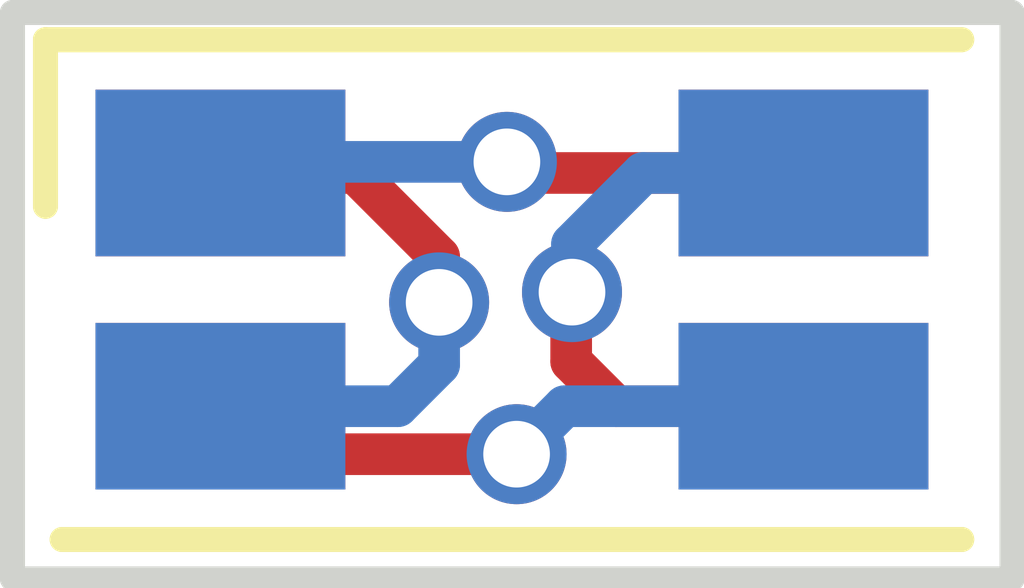
<source format=kicad_pcb>
(kicad_pcb (version 4) (host pcbnew 4.0.7)

  (general
    (links 4)
    (no_connects 0)
    (area 133.222999 97.5884 139.475001 104.3884)
    (thickness 1.6)
    (drawings 4)
    (tracks 25)
    (zones 0)
    (modules 2)
    (nets 5)
  )

  (page A4)
  (layers
    (0 F.Cu signal)
    (31 B.Cu signal)
    (32 B.Adhes user)
    (33 F.Adhes user)
    (34 B.Paste user)
    (35 F.Paste user)
    (36 B.SilkS user)
    (37 F.SilkS user)
    (38 B.Mask user)
    (39 F.Mask user)
    (40 Dwgs.User user)
    (41 Cmts.User user)
    (42 Eco1.User user)
    (43 Eco2.User user)
    (44 Edge.Cuts user)
    (45 Margin user)
    (46 B.CrtYd user)
    (47 F.CrtYd user)
    (48 B.Fab user)
    (49 F.Fab user)
  )

  (setup
    (last_trace_width 0.25)
    (trace_clearance 0.2)
    (zone_clearance 0.508)
    (zone_45_only no)
    (trace_min 0.2)
    (segment_width 0.2)
    (edge_width 0.15)
    (via_size 0.6)
    (via_drill 0.4)
    (via_min_size 0.4)
    (via_min_drill 0.3)
    (uvia_size 0.3)
    (uvia_drill 0.1)
    (uvias_allowed no)
    (uvia_min_size 0.2)
    (uvia_min_drill 0.1)
    (pcb_text_width 0.3)
    (pcb_text_size 1.5 1.5)
    (mod_edge_width 0.15)
    (mod_text_size 1 1)
    (mod_text_width 0.15)
    (pad_size 1.5 1)
    (pad_drill 0)
    (pad_to_mask_clearance 0.2)
    (aux_axis_origin 133.4 99.2)
    (visible_elements 7FFFFFFF)
    (pcbplotparams
      (layerselection 0x010f0_80000001)
      (usegerberextensions true)
      (usegerberattributes true)
      (excludeedgelayer true)
      (linewidth 0.100000)
      (plotframeref false)
      (viasonmask false)
      (mode 1)
      (useauxorigin true)
      (hpglpennumber 1)
      (hpglpenspeed 20)
      (hpglpendiameter 15)
      (hpglpenoverlay 2)
      (psnegative false)
      (psa4output false)
      (plotreference false)
      (plotvalue false)
      (plotinvisibletext false)
      (padsonsilk false)
      (subtractmaskfromsilk false)
      (outputformat 1)
      (mirror false)
      (drillshape 0)
      (scaleselection 1)
      (outputdirectory gerbers/))
  )

  (net 0 "")
  (net 1 VCC)
  (net 2 R)
  (net 3 B)
  (net 4 G)

  (net_class Default "This is the default net class."
    (clearance 0.2)
    (trace_width 0.25)
    (via_dia 0.6)
    (via_drill 0.4)
    (uvia_dia 0.3)
    (uvia_drill 0.1)
    (add_net B)
    (add_net G)
    (add_net R)
    (add_net VCC)
  )

  (module LEDs:LED_RGB_1210 (layer F.Cu) (tedit 5B2AC27D) (tstamp 5B2AC0B9)
    (at 136.398 100.8634)
    (descr "RGB LED 3.2x2.7mm http://www.avagotech.com/docs/AV02-0610EN")
    (tags "LED 3227")
    (path /5B2AC826)
    (attr smd)
    (fp_text reference D1 (at 0 -2.3) (layer F.SilkS) hide
      (effects (font (size 1 1) (thickness 0.15)))
    )
    (fp_text value WRONG (at 0 2.45) (layer F.Fab) hide
      (effects (font (size 1 1) (thickness 0.15)))
    )
    (fp_line (start -2.95 1.65) (end 2.85 1.65) (layer F.CrtYd) (width 0.05))
    (fp_line (start -2.95 -1.65) (end -2.95 1.65) (layer F.CrtYd) (width 0.05))
    (fp_line (start 2.85 -1.65) (end -2.95 -1.65) (layer F.CrtYd) (width 0.05))
    (fp_line (start 2.85 1.65) (end 2.85 -1.65) (layer F.CrtYd) (width 0.05))
    (fp_line (start 2.7 1.5) (end -2.7 1.5) (layer F.SilkS) (width 0.15))
    (fp_line (start 2.7 -1.5) (end -2.8 -1.5) (layer F.SilkS) (width 0.15))
    (fp_line (start -2.8 -0.5) (end -2.8 -1.5) (layer F.SilkS) (width 0.15))
    (fp_line (start -0.925 -1.35) (end 1.6 -1.35) (layer F.Fab) (width 0.1))
    (fp_line (start 1.6 -1.35) (end 1.6 1.35) (layer F.Fab) (width 0.1))
    (fp_line (start 1.6 1.35) (end -1.6 1.35) (layer F.Fab) (width 0.1))
    (fp_line (start -1.6 1.35) (end -1.6 -0.675) (layer F.Fab) (width 0.1))
    (fp_line (start -1.6 -0.675) (end -0.925 -1.35) (layer F.Fab) (width 0.1))
    (fp_text user %R (at 0 -2.3) (layer F.Fab) hide
      (effects (font (size 1 1) (thickness 0.15)))
    )
    (pad 1 smd rect (at -1.75 -0.7 180) (size 1.5 1) (layers B.Cu B.Paste B.Mask)
      (net 1 VCC))
    (pad 2 smd rect (at -1.75 0.7 180) (size 1.5 1) (layers B.Cu B.Paste B.Mask)
      (net 2 R))
    (pad 4 smd rect (at 1.75 -0.7 180) (size 1.5 1) (layers B.Cu B.Paste B.Mask)
      (net 3 B))
    (pad 3 smd rect (at 1.75 0.7 180) (size 1.5 1) (layers B.Cu B.Paste B.Mask)
      (net 4 G))
    (model ${KISYS3DMOD}/LEDs.3dshapes/LED_RGB_1210.wrl
      (at (xyz 0 0 0))
      (scale (xyz 1 1 1))
      (rotate (xyz 0 0 0))
    )
  )

  (module LEDs:LED_RGB_1210 (layer F.Cu) (tedit 5B2AC27F) (tstamp 5B2AC0C1)
    (at 136.398 100.8634)
    (descr "RGB LED 3.2x2.7mm http://www.avagotech.com/docs/AV02-0610EN")
    (tags "LED 3227")
    (path /5B2AC869)
    (attr smd)
    (fp_text reference D2 (at 0 -2.3) (layer F.SilkS) hide
      (effects (font (size 1 1) (thickness 0.15)))
    )
    (fp_text value RIGHT (at 0 2.45) (layer F.Fab) hide
      (effects (font (size 1 1) (thickness 0.15)))
    )
    (fp_line (start -2.95 1.65) (end 2.85 1.65) (layer F.CrtYd) (width 0.05))
    (fp_line (start -2.95 -1.65) (end -2.95 1.65) (layer F.CrtYd) (width 0.05))
    (fp_line (start 2.85 -1.65) (end -2.95 -1.65) (layer F.CrtYd) (width 0.05))
    (fp_line (start 2.85 1.65) (end 2.85 -1.65) (layer F.CrtYd) (width 0.05))
    (fp_line (start 2.7 1.5) (end -2.7 1.5) (layer F.SilkS) (width 0.15))
    (fp_line (start 2.7 -1.5) (end -2.8 -1.5) (layer F.SilkS) (width 0.15))
    (fp_line (start -2.8 -0.5) (end -2.8 -1.5) (layer F.SilkS) (width 0.15))
    (fp_line (start -0.925 -1.35) (end 1.6 -1.35) (layer F.Fab) (width 0.1))
    (fp_line (start 1.6 -1.35) (end 1.6 1.35) (layer F.Fab) (width 0.1))
    (fp_line (start 1.6 1.35) (end -1.6 1.35) (layer F.Fab) (width 0.1))
    (fp_line (start -1.6 1.35) (end -1.6 -0.675) (layer F.Fab) (width 0.1))
    (fp_line (start -1.6 -0.675) (end -0.925 -1.35) (layer F.Fab) (width 0.1))
    (fp_text user %R (at 0 -2.3) (layer F.Fab) hide
      (effects (font (size 1 1) (thickness 0.15)))
    )
    (pad 1 smd rect (at -1.75 -0.7 180) (size 1.5 1) (layers F.Cu F.Paste F.Mask)
      (net 2 R))
    (pad 2 smd rect (at -1.75 0.7 180) (size 1.5 1) (layers F.Cu F.Paste F.Mask)
      (net 4 G))
    (pad 4 smd rect (at 1.75 -0.7 180) (size 1.5 1) (layers F.Cu F.Paste F.Mask)
      (net 1 VCC))
    (pad 3 smd rect (at 1.75 0.7 180) (size 1.5 1) (layers F.Cu F.Paste F.Mask)
      (net 3 B))
    (model ${KISYS3DMOD}/LEDs.3dshapes/LED_RGB_1210.wrl
      (at (xyz 0 0 0))
      (scale (xyz 1 1 1))
      (rotate (xyz 0 0 0))
    )
  )

  (gr_line (start 133.4 102.6) (end 133.4 99.2) (layer Edge.Cuts) (width 0.15))
  (gr_line (start 139.4 102.6) (end 133.4 102.6) (layer Edge.Cuts) (width 0.15))
  (gr_line (start 139.4 99.2) (end 139.4 102.6) (layer Edge.Cuts) (width 0.15))
  (gr_line (start 133.4 99.2) (end 139.4 99.2) (layer Edge.Cuts) (width 0.15))

  (segment (start 136.4346 100.1634) (end 136.367809 100.096609) (width 0.25) (layer F.Cu) (net 1))
  (segment (start 134.714791 100.096609) (end 136.367809 100.096609) (width 0.25) (layer B.Cu) (net 1))
  (segment (start 138.148 100.1634) (end 136.4346 100.1634) (width 0.25) (layer F.Cu) (net 1))
  (segment (start 134.648 100.1634) (end 134.714791 100.096609) (width 0.25) (layer B.Cu) (net 1))
  (via (at 136.367809 100.096609) (size 0.6) (drill 0.4) (layers F.Cu B.Cu) (net 1))
  (segment (start 134.648 101.5634) (end 135.711798 101.5634) (width 0.25) (layer B.Cu) (net 2))
  (segment (start 135.711798 101.5634) (end 135.961007 101.314191) (width 0.25) (layer B.Cu) (net 2))
  (segment (start 135.961007 101.314191) (end 135.961007 100.939999) (width 0.25) (layer B.Cu) (net 2))
  (segment (start 135.961007 100.939999) (end 135.961007 100.666415) (width 0.25) (layer F.Cu) (net 2))
  (segment (start 135.961007 100.666415) (end 135.457992 100.1634) (width 0.25) (layer F.Cu) (net 2))
  (segment (start 135.457992 100.1634) (end 134.648 100.1634) (width 0.25) (layer F.Cu) (net 2))
  (via (at 135.961007 100.939999) (size 0.6) (drill 0.4) (layers F.Cu B.Cu) (net 2))
  (segment (start 138.148 100.1634) (end 137.184916 100.1634) (width 0.25) (layer B.Cu) (net 3))
  (segment (start 137.184916 100.1634) (end 136.758647 100.589669) (width 0.25) (layer B.Cu) (net 3))
  (segment (start 136.758647 100.589669) (end 136.758647 100.878569) (width 0.25) (layer B.Cu) (net 3))
  (segment (start 136.7536 101.2952) (end 137.0218 101.5634) (width 0.25) (layer F.Cu) (net 3))
  (segment (start 137.0218 101.5634) (end 138.148 101.5634) (width 0.25) (layer F.Cu) (net 3))
  (segment (start 136.7536 100.883616) (end 136.7536 101.2952) (width 0.25) (layer F.Cu) (net 3))
  (segment (start 136.758647 100.878569) (end 136.7536 100.883616) (width 0.25) (layer F.Cu) (net 3))
  (via (at 136.758647 100.878569) (size 0.6) (drill 0.4) (layers F.Cu B.Cu) (net 3))
  (segment (start 136.425958 101.851442) (end 134.936042 101.851442) (width 0.25) (layer F.Cu) (net 4))
  (segment (start 134.936042 101.851442) (end 134.648 101.5634) (width 0.25) (layer F.Cu) (net 4))
  (segment (start 138.148 101.5634) (end 136.714 101.5634) (width 0.25) (layer B.Cu) (net 4))
  (segment (start 136.714 101.5634) (end 136.425958 101.851442) (width 0.25) (layer B.Cu) (net 4))
  (via (at 136.425958 101.851442) (size 0.6) (drill 0.4) (layers F.Cu B.Cu) (net 4))

)

</source>
